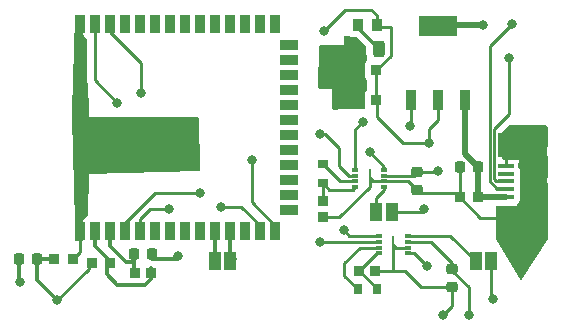
<source format=gtl>
G04 #@! TF.GenerationSoftware,KiCad,Pcbnew,7.0.2-6a45011f42~172~ubuntu20.04.1*
G04 #@! TF.CreationDate,2023-05-13T12:04:57+10:00*
G04 #@! TF.ProjectId,pcb_redesign,7063625f-7265-4646-9573-69676e2e6b69,rev?*
G04 #@! TF.SameCoordinates,Original*
G04 #@! TF.FileFunction,Copper,L1,Top*
G04 #@! TF.FilePolarity,Positive*
%FSLAX46Y46*%
G04 Gerber Fmt 4.6, Leading zero omitted, Abs format (unit mm)*
G04 Created by KiCad (PCBNEW 7.0.2-6a45011f42~172~ubuntu20.04.1) date 2023-05-13 12:04:57*
%MOMM*%
%LPD*%
G01*
G04 APERTURE LIST*
G04 Aperture macros list*
%AMRoundRect*
0 Rectangle with rounded corners*
0 $1 Rounding radius*
0 $2 $3 $4 $5 $6 $7 $8 $9 X,Y pos of 4 corners*
0 Add a 4 corners polygon primitive as box body*
4,1,4,$2,$3,$4,$5,$6,$7,$8,$9,$2,$3,0*
0 Add four circle primitives for the rounded corners*
1,1,$1+$1,$2,$3*
1,1,$1+$1,$4,$5*
1,1,$1+$1,$6,$7*
1,1,$1+$1,$8,$9*
0 Add four rect primitives between the rounded corners*
20,1,$1+$1,$2,$3,$4,$5,0*
20,1,$1+$1,$4,$5,$6,$7,0*
20,1,$1+$1,$6,$7,$8,$9,0*
20,1,$1+$1,$8,$9,$2,$3,0*%
G04 Aperture macros list end*
G04 #@! TA.AperFunction,SMDPad,CuDef*
%ADD10R,0.560000X0.350000*%
G04 #@! TD*
G04 #@! TA.AperFunction,SMDPad,CuDef*
%ADD11R,0.200000X1.600000*%
G04 #@! TD*
G04 #@! TA.AperFunction,SMDPad,CuDef*
%ADD12R,0.900000X0.970000*%
G04 #@! TD*
G04 #@! TA.AperFunction,SMDPad,CuDef*
%ADD13R,0.940000X1.020000*%
G04 #@! TD*
G04 #@! TA.AperFunction,SMDPad,CuDef*
%ADD14R,0.870000X0.930000*%
G04 #@! TD*
G04 #@! TA.AperFunction,SMDPad,CuDef*
%ADD15R,0.900000X1.500000*%
G04 #@! TD*
G04 #@! TA.AperFunction,SMDPad,CuDef*
%ADD16R,1.500000X0.900000*%
G04 #@! TD*
G04 #@! TA.AperFunction,SMDPad,CuDef*
%ADD17R,0.900000X0.900000*%
G04 #@! TD*
G04 #@! TA.AperFunction,SMDPad,CuDef*
%ADD18R,0.970000X0.930000*%
G04 #@! TD*
G04 #@! TA.AperFunction,SMDPad,CuDef*
%ADD19R,0.790000X0.930000*%
G04 #@! TD*
G04 #@! TA.AperFunction,SMDPad,CuDef*
%ADD20R,0.930000X0.970000*%
G04 #@! TD*
G04 #@! TA.AperFunction,SMDPad,CuDef*
%ADD21R,0.930000X0.790000*%
G04 #@! TD*
G04 #@! TA.AperFunction,SMDPad,CuDef*
%ADD22R,1.000000X1.500000*%
G04 #@! TD*
G04 #@! TA.AperFunction,SMDPad,CuDef*
%ADD23RoundRect,0.225000X0.250000X-0.225000X0.250000X0.225000X-0.250000X0.225000X-0.250000X-0.225000X0*%
G04 #@! TD*
G04 #@! TA.AperFunction,SMDPad,CuDef*
%ADD24R,0.950000X1.750000*%
G04 #@! TD*
G04 #@! TA.AperFunction,SMDPad,CuDef*
%ADD25R,3.200000X1.750000*%
G04 #@! TD*
G04 #@! TA.AperFunction,SMDPad,CuDef*
%ADD26RoundRect,0.225000X-0.225000X-0.250000X0.225000X-0.250000X0.225000X0.250000X-0.225000X0.250000X0*%
G04 #@! TD*
G04 #@! TA.AperFunction,SMDPad,CuDef*
%ADD27R,1.350000X0.400000*%
G04 #@! TD*
G04 #@! TA.AperFunction,SMDPad,CuDef*
%ADD28R,1.600000X2.100000*%
G04 #@! TD*
G04 #@! TA.AperFunction,SMDPad,CuDef*
%ADD29R,1.900000X1.800000*%
G04 #@! TD*
G04 #@! TA.AperFunction,SMDPad,CuDef*
%ADD30R,1.900000X1.900000*%
G04 #@! TD*
G04 #@! TA.AperFunction,SMDPad,CuDef*
%ADD31RoundRect,0.243750X-0.243750X-0.456250X0.243750X-0.456250X0.243750X0.456250X-0.243750X0.456250X0*%
G04 #@! TD*
G04 #@! TA.AperFunction,ViaPad*
%ADD32C,0.800000*%
G04 #@! TD*
G04 #@! TA.AperFunction,Conductor*
%ADD33C,0.300000*%
G04 #@! TD*
G04 #@! TA.AperFunction,Conductor*
%ADD34C,0.250000*%
G04 #@! TD*
G04 #@! TA.AperFunction,Conductor*
%ADD35C,0.500000*%
G04 #@! TD*
G04 APERTURE END LIST*
D10*
X139685000Y-72950000D03*
X139685000Y-72450000D03*
X139685000Y-71950000D03*
X139685000Y-71450000D03*
X137215000Y-71450000D03*
X137215000Y-71950000D03*
X137215000Y-72450000D03*
X137215000Y-72950000D03*
D11*
X138450000Y-72200000D03*
D12*
X114890000Y-79400000D03*
X116410000Y-79400000D03*
D13*
X139040000Y-59200000D03*
X137460000Y-59200000D03*
D14*
X113280000Y-79000000D03*
X111720000Y-79000000D03*
D15*
X113880000Y-76650000D03*
X115150000Y-76650000D03*
X116420000Y-76650000D03*
X117690000Y-76650000D03*
X118960000Y-76650000D03*
X120230000Y-76650000D03*
X121500000Y-76650000D03*
X122770000Y-76650000D03*
X124040000Y-76650000D03*
X125310000Y-76650000D03*
X126580000Y-76650000D03*
X127850000Y-76650000D03*
X129120000Y-76650000D03*
X130390000Y-76650000D03*
D16*
X131640000Y-74885000D03*
X131640000Y-73615000D03*
X131640000Y-72345000D03*
X131640000Y-71075000D03*
X131640000Y-69805000D03*
X131640000Y-68535000D03*
X131640000Y-67265000D03*
X131640000Y-65995000D03*
X131640000Y-64725000D03*
X131640000Y-63455000D03*
X131640000Y-62185000D03*
X131640000Y-60915000D03*
D15*
X130390000Y-59150000D03*
X129120000Y-59150000D03*
X127850000Y-59150000D03*
X126580000Y-59150000D03*
X125310000Y-59150000D03*
X124040000Y-59150000D03*
X122770000Y-59150000D03*
X121500000Y-59150000D03*
X120230000Y-59150000D03*
X118960000Y-59150000D03*
X117690000Y-59150000D03*
X116420000Y-59150000D03*
X115150000Y-59150000D03*
X113880000Y-59150000D03*
D17*
X120200000Y-70800000D03*
X121600000Y-70800000D03*
X123000000Y-70800000D03*
X120200000Y-69400000D03*
X121600000Y-69400000D03*
X123000000Y-69400000D03*
X120200000Y-68000000D03*
X121600000Y-68000000D03*
X123000000Y-68000000D03*
D18*
X137570000Y-80000000D03*
X138930000Y-80000000D03*
D19*
X137430000Y-81600000D03*
X139070000Y-81600000D03*
D20*
X134450000Y-74120000D03*
X134450000Y-75480000D03*
D21*
X134450000Y-70980000D03*
X134450000Y-72620000D03*
D22*
X140300000Y-75000000D03*
X139000000Y-75000000D03*
D23*
X142450000Y-73200000D03*
X142450000Y-71650000D03*
D10*
X141685000Y-78550000D03*
X141685000Y-78050000D03*
X141685000Y-77550000D03*
X141685000Y-77050000D03*
X139215000Y-77050000D03*
X139215000Y-77550000D03*
X139215000Y-78050000D03*
X139215000Y-78550000D03*
D11*
X140450000Y-77800000D03*
D23*
X145450000Y-79825000D03*
X145450000Y-81375000D03*
D14*
X137450000Y-65530000D03*
X139010000Y-65530000D03*
D24*
X141950000Y-65550000D03*
X144250000Y-65550000D03*
X146550000Y-65550000D03*
D25*
X144250000Y-59250000D03*
D26*
X146075000Y-71200000D03*
X147625000Y-71200000D03*
D22*
X147400000Y-79200000D03*
X148700000Y-79200000D03*
D27*
X149950000Y-73750000D03*
X149950000Y-73100000D03*
X149950000Y-72450000D03*
X149950000Y-71800000D03*
X149950000Y-71150000D03*
D28*
X150075000Y-75550000D03*
X150075000Y-69350000D03*
D29*
X152625000Y-76250000D03*
D30*
X152625000Y-73650000D03*
X152625000Y-71250000D03*
D29*
X152625000Y-68650000D03*
D31*
X137312500Y-61200000D03*
X139187500Y-61200000D03*
D26*
X118499700Y-78600000D03*
X120049700Y-78600000D03*
X108725000Y-79000000D03*
X110275000Y-79000000D03*
D14*
X137450000Y-63050000D03*
X139010000Y-63050000D03*
D22*
X126650000Y-79200000D03*
X125350000Y-79200000D03*
D18*
X119930000Y-80200000D03*
X118570000Y-80200000D03*
D14*
X146055000Y-73795000D03*
X147615000Y-73795000D03*
D32*
X143050000Y-74800000D03*
X138450000Y-70000000D03*
X144250000Y-71600000D03*
X117050000Y-65800000D03*
X134250000Y-68400000D03*
X119050000Y-65000000D03*
X137850000Y-67400000D03*
X121450000Y-74800000D03*
X136250000Y-76600000D03*
X124050000Y-73400000D03*
X134250000Y-77600000D03*
X148850000Y-82400000D03*
X143250000Y-79600000D03*
X146850000Y-83800000D03*
X144650000Y-83800000D03*
X141850000Y-67800000D03*
X135450000Y-63000000D03*
X108800000Y-81000000D03*
X122250000Y-78800000D03*
X118000000Y-69500000D03*
X151250000Y-78200000D03*
X150450000Y-59100000D03*
X125850000Y-74600000D03*
X128450000Y-70600000D03*
X150250000Y-62000000D03*
X148050000Y-59200000D03*
X134550000Y-59700000D03*
X143450000Y-69200000D03*
X112000000Y-82500000D03*
D33*
X110274700Y-79000000D02*
X111720000Y-79000000D01*
X110274700Y-80774700D02*
X110274700Y-79000000D01*
X112000000Y-82500000D02*
X110274700Y-80774700D01*
D34*
X128450000Y-70600000D02*
X128450000Y-74200000D01*
X128450000Y-74200000D02*
X130440000Y-76190000D01*
X124050000Y-73400000D02*
X120250000Y-73400000D01*
X120250000Y-73400000D02*
X117690000Y-75960000D01*
X117690000Y-75960000D02*
X117690000Y-76650000D01*
X143050000Y-74800000D02*
X142850000Y-75000000D01*
X142850000Y-75000000D02*
X140300000Y-75000000D01*
X139685000Y-72950000D02*
X139685000Y-73165000D01*
X139685000Y-73165000D02*
X139000000Y-73850000D01*
X139000000Y-73850000D02*
X139000000Y-75000000D01*
X134450000Y-75480000D02*
X135870000Y-75480000D01*
X135870000Y-75480000D02*
X138450000Y-72900000D01*
X138450000Y-72900000D02*
X138450000Y-72200000D01*
X146055000Y-73795000D02*
X145660000Y-73400000D01*
X145660000Y-73400000D02*
X142650000Y-73400000D01*
X142650000Y-73400000D02*
X142450000Y-73200000D01*
X145450000Y-81375000D02*
X145450000Y-83000000D01*
X145450000Y-83000000D02*
X144650000Y-83800000D01*
X138930000Y-80000000D02*
X140450000Y-80000000D01*
X140450000Y-80000000D02*
X141450000Y-80000000D01*
X140450000Y-77800000D02*
X140450000Y-80000000D01*
X140450000Y-77800000D02*
X140700000Y-78050000D01*
X140700000Y-78050000D02*
X141685000Y-78050000D01*
X138450000Y-72200000D02*
X138700000Y-72450000D01*
X138700000Y-72450000D02*
X139685000Y-72450000D01*
X135850000Y-71115000D02*
X135850000Y-69600000D01*
X136685000Y-71950000D02*
X135850000Y-71115000D01*
X137215000Y-71950000D02*
X136685000Y-71950000D01*
X135850000Y-69600000D02*
X134650000Y-68400000D01*
X134650000Y-68400000D02*
X134250000Y-68400000D01*
X137215000Y-71450000D02*
X137215000Y-68035000D01*
X137215000Y-68035000D02*
X137850000Y-67400000D01*
X138450000Y-70000000D02*
X139685000Y-71235000D01*
X139685000Y-71235000D02*
X139685000Y-71450000D01*
X139685000Y-72450000D02*
X141700000Y-72450000D01*
X134450000Y-70980000D02*
X135920000Y-72450000D01*
X137015000Y-73150000D02*
X137215000Y-72950000D01*
X141700000Y-72450000D02*
X142450000Y-73200000D01*
X142150000Y-71950000D02*
X142450000Y-71650000D01*
X139685000Y-71950000D02*
X142150000Y-71950000D01*
X135920000Y-72450000D02*
X137215000Y-72450000D01*
X134450000Y-72620000D02*
X134980000Y-73150000D01*
X134980000Y-73150000D02*
X137015000Y-73150000D01*
X144200000Y-71650000D02*
X144250000Y-71600000D01*
X142450000Y-71650000D02*
X144200000Y-71650000D01*
X134450000Y-74120000D02*
X134450000Y-72620000D01*
X115150000Y-63900000D02*
X115150000Y-59150000D01*
X117050000Y-65800000D02*
X115150000Y-63900000D01*
X119050000Y-65000000D02*
X119050000Y-62400000D01*
X119050000Y-62400000D02*
X116420000Y-59770000D01*
X116420000Y-59770000D02*
X116420000Y-59150000D01*
X134250000Y-77600000D02*
X134300000Y-77550000D01*
X134300000Y-77550000D02*
X139215000Y-77550000D01*
D35*
X147625000Y-71200000D02*
X146550000Y-70125000D01*
X146550000Y-70125000D02*
X146550000Y-65550000D01*
X147615000Y-73795000D02*
X147615000Y-71210000D01*
X147615000Y-71210000D02*
X147625000Y-71200000D01*
D34*
X146055000Y-73795000D02*
X146055000Y-71220000D01*
X146055000Y-71220000D02*
X146075000Y-71200000D01*
X139070000Y-81500000D02*
X139070000Y-81600000D01*
X137430000Y-81600000D02*
X136250000Y-80420000D01*
X136250000Y-80420000D02*
X136250000Y-79400000D01*
X137570000Y-80000000D02*
X139070000Y-81500000D01*
X136250000Y-79400000D02*
X137600000Y-78050000D01*
X137600000Y-78050000D02*
X139215000Y-78050000D01*
X121450000Y-74800000D02*
X119810000Y-74800000D01*
X119810000Y-74800000D02*
X118960000Y-75650000D01*
X118960000Y-75650000D02*
X118960000Y-76650000D01*
X136700000Y-77050000D02*
X136250000Y-76600000D01*
X139215000Y-77050000D02*
X136700000Y-77050000D01*
X148850000Y-82400000D02*
X148700000Y-82250000D01*
X148700000Y-82250000D02*
X148700000Y-79200000D01*
X141685000Y-78550000D02*
X142200000Y-78550000D01*
X142200000Y-78550000D02*
X143250000Y-79600000D01*
X141450000Y-80000000D02*
X142825000Y-81375000D01*
X142825000Y-81375000D02*
X145450000Y-81375000D01*
X145450000Y-80000000D02*
X146850000Y-81400000D01*
X145450000Y-79825000D02*
X145450000Y-80000000D01*
X146850000Y-81400000D02*
X146850000Y-83800000D01*
X145450000Y-79825000D02*
X145450000Y-79400000D01*
X145450000Y-79400000D02*
X143600000Y-77550000D01*
X143600000Y-77550000D02*
X141685000Y-77550000D01*
X147400000Y-79200000D02*
X145250000Y-77050000D01*
X145250000Y-77050000D02*
X141685000Y-77050000D01*
X139215000Y-78550000D02*
X139020000Y-78550000D01*
X139020000Y-78550000D02*
X137570000Y-80000000D01*
X137420000Y-65500000D02*
X137450000Y-65530000D01*
D33*
X108725300Y-80925300D02*
X108800000Y-81000000D01*
D34*
X135930000Y-65500000D02*
X137420000Y-65500000D01*
X113880000Y-76650000D02*
X113880000Y-78400000D01*
D33*
X122050000Y-79000000D02*
X120049400Y-79000000D01*
D34*
X147810000Y-75550000D02*
X146055000Y-73795000D01*
X150075000Y-75550000D02*
X147810000Y-75550000D01*
X141918600Y-67731400D02*
X141918600Y-66063900D01*
X149950000Y-71150000D02*
X149950000Y-69475000D01*
D33*
X108725300Y-79000000D02*
X108725300Y-80925300D01*
D34*
X141850000Y-67800000D02*
X141918600Y-67731400D01*
X113880000Y-78400000D02*
X113280000Y-79000000D01*
X149950000Y-69475000D02*
X150075000Y-69350000D01*
D33*
X122250000Y-78800000D02*
X122050000Y-79000000D01*
D34*
X137460000Y-59400000D02*
X137460000Y-59472500D01*
X137460000Y-59472500D02*
X139187500Y-61200000D01*
D33*
X126580000Y-78580000D02*
X127000000Y-79000000D01*
X126580000Y-76650000D02*
X126580000Y-78580000D01*
X125310000Y-76650000D02*
X125310000Y-78610000D01*
X125310000Y-78610000D02*
X125700000Y-79000000D01*
D34*
X150450000Y-59100000D02*
X148600000Y-60950000D01*
X149253564Y-73094250D02*
X149500000Y-73094250D01*
X148600000Y-60950000D02*
X148600000Y-72440686D01*
X129120000Y-76170000D02*
X129120000Y-76650000D01*
X127550000Y-74600000D02*
X129120000Y-76170000D01*
X125850000Y-74600000D02*
X127550000Y-74600000D01*
X148600000Y-72440686D02*
X149253564Y-73094250D01*
X149000000Y-68025000D02*
X149000000Y-72275000D01*
X149000000Y-72275000D02*
X149169250Y-72444250D01*
X150250000Y-66775000D02*
X149000000Y-68025000D01*
X149169250Y-72444250D02*
X149500000Y-72444250D01*
X150250000Y-62000000D02*
X150250000Y-66775000D01*
D35*
X149950000Y-73750000D02*
X147660000Y-73750000D01*
X147660000Y-73750000D02*
X147615000Y-73795000D01*
D33*
X118500000Y-80180000D02*
X118500000Y-79300000D01*
X116420000Y-77920000D02*
X116420000Y-76650000D01*
X118500000Y-79300000D02*
X118500000Y-78600300D01*
X118570000Y-80250000D02*
X118500000Y-80180000D01*
X117800000Y-79300000D02*
X116420000Y-77920000D01*
X118500000Y-78600300D02*
X118499700Y-78600000D01*
X118500000Y-79300000D02*
X117800000Y-79300000D01*
D35*
X144250000Y-59236100D02*
X148013900Y-59236100D01*
D34*
X138550000Y-57900000D02*
X136350000Y-57900000D01*
X114640000Y-79860000D02*
X114640000Y-79400000D01*
X139040000Y-58390000D02*
X138550000Y-57900000D01*
X139040000Y-59400000D02*
X140250000Y-59400000D01*
X140250000Y-61810000D02*
X140250000Y-59400000D01*
X112000000Y-82500000D02*
X114640000Y-79860000D01*
X139010000Y-63050000D02*
X139010000Y-65530000D01*
X139050000Y-65570000D02*
X139010000Y-65530000D01*
X143450000Y-68000000D02*
X143450000Y-69200000D01*
X143450000Y-69200000D02*
X141250000Y-69200000D01*
X139010000Y-63050000D02*
X140250000Y-61810000D01*
X139050000Y-67000000D02*
X139050000Y-65570000D01*
D35*
X148013900Y-59236100D02*
X148050000Y-59200000D01*
D34*
X144230000Y-67220000D02*
X144230000Y-66063900D01*
X139040000Y-59200000D02*
X139040000Y-58390000D01*
X136350000Y-57900000D02*
X134550000Y-59700000D01*
X144230000Y-67220000D02*
X143450000Y-68000000D01*
X141250000Y-69200000D02*
X139050000Y-67000000D01*
D33*
X115150000Y-76650000D02*
X115150000Y-77900000D01*
X115150000Y-77900000D02*
X116160000Y-78910000D01*
X116160000Y-78910000D02*
X116160000Y-80310000D01*
X119930000Y-80720000D02*
X119930000Y-79800000D01*
X116160000Y-80310000D02*
X117050000Y-81200000D01*
X117050000Y-81200000D02*
X119450000Y-81200000D01*
X119450000Y-81200000D02*
X119930000Y-80720000D01*
G04 #@! TA.AperFunction,Conductor*
G36*
X114134539Y-58519685D02*
G01*
X114180294Y-58572489D01*
X114191500Y-58623999D01*
X114191500Y-59948638D01*
X114191852Y-59951918D01*
X114191853Y-59951924D01*
X114198011Y-60009205D01*
X114249110Y-60146203D01*
X114336738Y-60263261D01*
X114460026Y-60355553D01*
X114501898Y-60411486D01*
X114509688Y-60452163D01*
X114516471Y-60768651D01*
X114516499Y-60771308D01*
X114516499Y-63816367D01*
X114514210Y-63837107D01*
X114516439Y-63908016D01*
X114516500Y-63911912D01*
X114516500Y-63939856D01*
X114516987Y-63943716D01*
X114516988Y-63943722D01*
X114517019Y-63943965D01*
X114517934Y-63955596D01*
X114519326Y-63999888D01*
X114525022Y-64019492D01*
X114528967Y-64038544D01*
X114531525Y-64058798D01*
X114547838Y-64100001D01*
X114551621Y-64111049D01*
X114563982Y-64153593D01*
X114573403Y-64169524D01*
X114590641Y-64229985D01*
X114639362Y-66503560D01*
X114650000Y-67000000D01*
X123877340Y-67000000D01*
X123944379Y-67019685D01*
X123990134Y-67072489D01*
X124001333Y-67122652D01*
X124048666Y-71477290D01*
X124029711Y-71544540D01*
X123977407Y-71590866D01*
X123927311Y-71602610D01*
X114650000Y-71800000D01*
X114557164Y-75327707D01*
X114535723Y-75394206D01*
X114481733Y-75438555D01*
X114476543Y-75440626D01*
X114453796Y-75449110D01*
X114336737Y-75536740D01*
X114249110Y-75653796D01*
X114198011Y-75790794D01*
X114191853Y-75848075D01*
X114191500Y-75851362D01*
X114191500Y-75854671D01*
X114191500Y-77376000D01*
X114171815Y-77443039D01*
X114119011Y-77488794D01*
X114067500Y-77500000D01*
X113624000Y-77500000D01*
X113556961Y-77480315D01*
X113511206Y-77427511D01*
X113500000Y-77376000D01*
X113500000Y-76000000D01*
X113499968Y-75998372D01*
X113263158Y-66999999D01*
X113250093Y-66503536D01*
X113250110Y-66496450D01*
X113496246Y-58620126D01*
X113518014Y-58553735D01*
X113572222Y-58509652D01*
X113620185Y-58500000D01*
X114067500Y-58500000D01*
X114134539Y-58519685D01*
G37*
G04 #@! TD.AperFunction*
G04 #@! TA.AperFunction,Conductor*
G36*
X136656024Y-60121369D02*
G01*
X136721932Y-60144549D01*
X136723813Y-60145930D01*
X136743796Y-60160889D01*
X136880794Y-60211988D01*
X136880797Y-60211988D01*
X136880799Y-60211989D01*
X136941362Y-60218500D01*
X137258734Y-60218500D01*
X137325773Y-60238185D01*
X137346415Y-60254819D01*
X138125760Y-61034165D01*
X138159245Y-61095488D01*
X138162068Y-61120220D01*
X138176567Y-62225809D01*
X138157764Y-62293101D01*
X138151847Y-62301743D01*
X138124110Y-62338796D01*
X138073011Y-62475794D01*
X138066853Y-62533075D01*
X138066500Y-62536362D01*
X138066500Y-63563638D01*
X138066852Y-63566918D01*
X138066853Y-63566924D01*
X138073011Y-63624205D01*
X138124110Y-63761203D01*
X138173805Y-63827588D01*
X138198222Y-63893052D01*
X138198527Y-63900272D01*
X138208531Y-64663110D01*
X138189728Y-64730402D01*
X138183810Y-64739045D01*
X138124110Y-64818796D01*
X138073011Y-64955794D01*
X138066853Y-65013075D01*
X138066500Y-65016362D01*
X138066500Y-66043638D01*
X138066852Y-66046918D01*
X138066853Y-66046924D01*
X138073011Y-66104201D01*
X138083628Y-66132666D01*
X138088612Y-66202358D01*
X138055128Y-66263681D01*
X137993805Y-66297166D01*
X137967446Y-66300000D01*
X135979997Y-66300000D01*
X135418991Y-66380121D01*
X135349842Y-66370113D01*
X135297081Y-66324308D01*
X135277477Y-66259420D01*
X135273958Y-66046924D01*
X135250000Y-64600000D01*
X134177397Y-64600000D01*
X134110358Y-64580315D01*
X134064603Y-64527511D01*
X134053442Y-64472650D01*
X134144048Y-61120220D01*
X134146739Y-61020649D01*
X134168228Y-60954167D01*
X134222249Y-60909855D01*
X134270694Y-60900000D01*
X136250000Y-60900000D01*
X136250000Y-60230698D01*
X136269685Y-60163659D01*
X136322489Y-60117904D01*
X136380515Y-60106869D01*
X136656024Y-60121369D01*
G37*
G04 #@! TD.AperFunction*
G04 #@! TA.AperFunction,Conductor*
G36*
X153394324Y-67719685D02*
G01*
X153440079Y-67772489D01*
X153451278Y-67822708D01*
X153549615Y-77263070D01*
X153530630Y-77330311D01*
X153530116Y-77331122D01*
X151359305Y-80728912D01*
X151306624Y-80774808D01*
X151237492Y-80784937D01*
X151173859Y-80756082D01*
X151147702Y-80724632D01*
X149166891Y-77328955D01*
X149150000Y-77266475D01*
X149150000Y-74632500D01*
X149169685Y-74565461D01*
X149222489Y-74519706D01*
X149274000Y-74508500D01*
X149990582Y-74508500D01*
X149994180Y-74508500D01*
X150059731Y-74500838D01*
X150074128Y-74500000D01*
X150950000Y-74500000D01*
X150952592Y-74398882D01*
X150973988Y-74332372D01*
X150978186Y-74327992D01*
X150977576Y-74327535D01*
X151017608Y-74274058D01*
X151075889Y-74196204D01*
X151126989Y-74059201D01*
X151133500Y-73998638D01*
X151133500Y-73501362D01*
X151133145Y-73498059D01*
X151126716Y-73438256D01*
X151126716Y-73411744D01*
X151133145Y-73351940D01*
X151133144Y-73351940D01*
X151133500Y-73348638D01*
X151133500Y-72851362D01*
X151126989Y-72790799D01*
X151126716Y-72788256D01*
X151126716Y-72761744D01*
X151133145Y-72701940D01*
X151133144Y-72701940D01*
X151133500Y-72698638D01*
X151133500Y-72201362D01*
X151126989Y-72140799D01*
X151126716Y-72138256D01*
X151126716Y-72111744D01*
X151133145Y-72051940D01*
X151133144Y-72051940D01*
X151133500Y-72048638D01*
X151133500Y-71551362D01*
X151126989Y-71490799D01*
X151126988Y-71490797D01*
X151126988Y-71490794D01*
X151075890Y-71353798D01*
X151075889Y-71353796D01*
X151057963Y-71329850D01*
X151033547Y-71264387D01*
X151033272Y-71252377D01*
X151050000Y-70600000D01*
X149757500Y-70600000D01*
X149690461Y-70580315D01*
X149644706Y-70527511D01*
X149633500Y-70476000D01*
X149633500Y-68338766D01*
X149653185Y-68271727D01*
X149669819Y-68251085D01*
X150184586Y-67736319D01*
X150245909Y-67702834D01*
X150272267Y-67700000D01*
X153327285Y-67700000D01*
X153394324Y-67719685D01*
G37*
G04 #@! TD.AperFunction*
M02*

</source>
